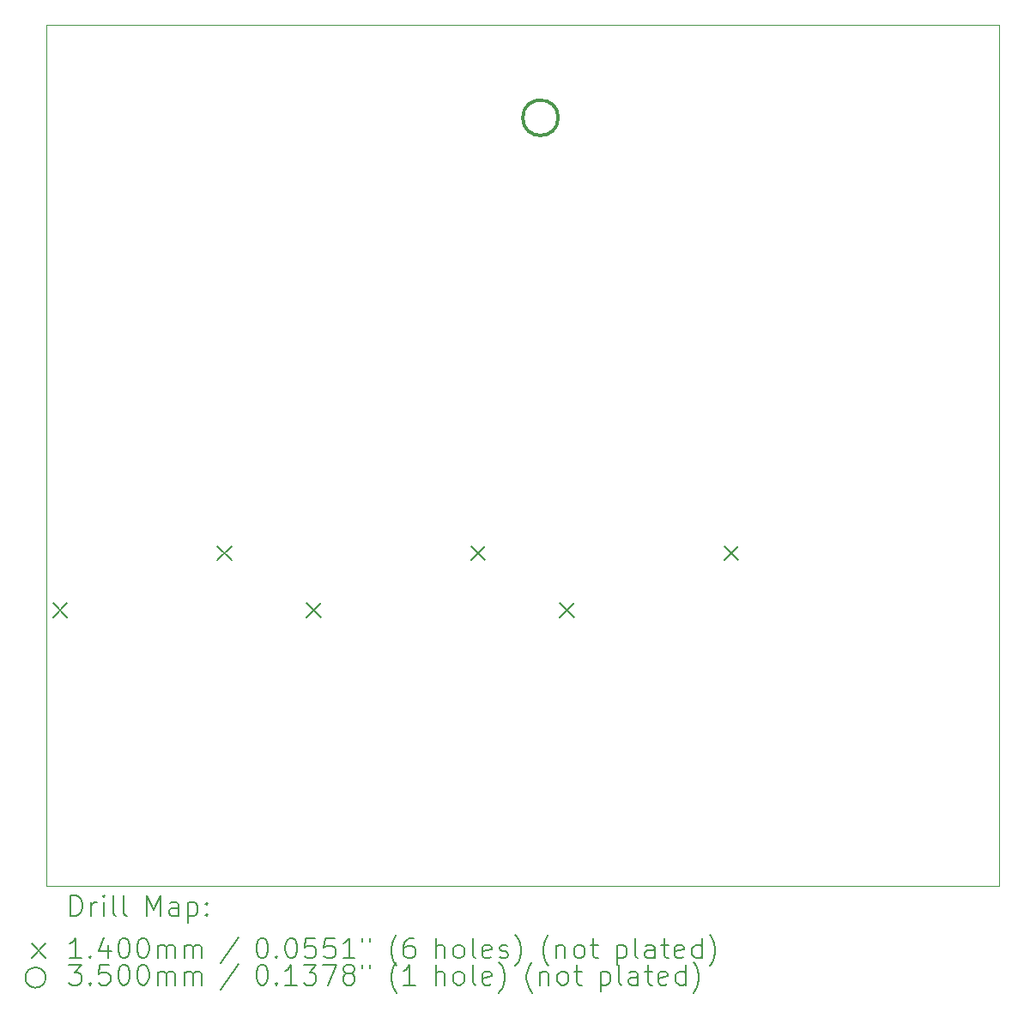
<source format=gbr>
%TF.GenerationSoftware,KiCad,Pcbnew,7.0.0-da2b9df05c~165~ubuntu22.04.1*%
%TF.CreationDate,2023-02-23T21:54:07-05:00*%
%TF.ProjectId,dso138,64736f31-3338-42e6-9b69-6361645f7063,rev?*%
%TF.SameCoordinates,Original*%
%TF.FileFunction,Drillmap*%
%TF.FilePolarity,Positive*%
%FSLAX45Y45*%
G04 Gerber Fmt 4.5, Leading zero omitted, Abs format (unit mm)*
G04 Created by KiCad (PCBNEW 7.0.0-da2b9df05c~165~ubuntu22.04.1) date 2023-02-23 21:54:07*
%MOMM*%
%LPD*%
G01*
G04 APERTURE LIST*
%ADD10C,0.100000*%
%ADD11C,0.200000*%
%ADD12C,0.140000*%
%ADD13C,0.350000*%
G04 APERTURE END LIST*
D10*
X5300000Y-8000000D02*
X14700000Y-8000000D01*
X14700000Y-8000000D02*
X14700000Y-16500000D01*
X14700000Y-16500000D02*
X5300000Y-16500000D01*
X5300000Y-16500000D02*
X5300000Y-8000000D01*
D11*
D12*
X5368780Y-13710540D02*
X5508780Y-13850540D01*
X5508780Y-13710540D02*
X5368780Y-13850540D01*
X6988780Y-13150540D02*
X7128780Y-13290540D01*
X7128780Y-13150540D02*
X6988780Y-13290540D01*
X7868780Y-13710540D02*
X8008780Y-13850540D01*
X8008780Y-13710540D02*
X7868780Y-13850540D01*
X9488780Y-13150540D02*
X9628780Y-13290540D01*
X9628780Y-13150540D02*
X9488780Y-13290540D01*
X10368780Y-13710540D02*
X10508780Y-13850540D01*
X10508780Y-13710540D02*
X10368780Y-13850540D01*
X11988780Y-13150540D02*
X12128780Y-13290540D01*
X12128780Y-13150540D02*
X11988780Y-13290540D01*
D13*
X10350500Y-8920500D02*
G75*
G03*
X10350500Y-8920500I-175000J0D01*
G01*
D11*
X5542619Y-16798476D02*
X5542619Y-16598476D01*
X5542619Y-16598476D02*
X5590238Y-16598476D01*
X5590238Y-16598476D02*
X5618809Y-16608000D01*
X5618809Y-16608000D02*
X5637857Y-16627048D01*
X5637857Y-16627048D02*
X5647381Y-16646095D01*
X5647381Y-16646095D02*
X5656905Y-16684190D01*
X5656905Y-16684190D02*
X5656905Y-16712762D01*
X5656905Y-16712762D02*
X5647381Y-16750857D01*
X5647381Y-16750857D02*
X5637857Y-16769905D01*
X5637857Y-16769905D02*
X5618809Y-16788952D01*
X5618809Y-16788952D02*
X5590238Y-16798476D01*
X5590238Y-16798476D02*
X5542619Y-16798476D01*
X5742619Y-16798476D02*
X5742619Y-16665143D01*
X5742619Y-16703238D02*
X5752143Y-16684190D01*
X5752143Y-16684190D02*
X5761667Y-16674667D01*
X5761667Y-16674667D02*
X5780714Y-16665143D01*
X5780714Y-16665143D02*
X5799762Y-16665143D01*
X5866428Y-16798476D02*
X5866428Y-16665143D01*
X5866428Y-16598476D02*
X5856905Y-16608000D01*
X5856905Y-16608000D02*
X5866428Y-16617524D01*
X5866428Y-16617524D02*
X5875952Y-16608000D01*
X5875952Y-16608000D02*
X5866428Y-16598476D01*
X5866428Y-16598476D02*
X5866428Y-16617524D01*
X5990238Y-16798476D02*
X5971190Y-16788952D01*
X5971190Y-16788952D02*
X5961667Y-16769905D01*
X5961667Y-16769905D02*
X5961667Y-16598476D01*
X6095000Y-16798476D02*
X6075952Y-16788952D01*
X6075952Y-16788952D02*
X6066428Y-16769905D01*
X6066428Y-16769905D02*
X6066428Y-16598476D01*
X6291190Y-16798476D02*
X6291190Y-16598476D01*
X6291190Y-16598476D02*
X6357857Y-16741333D01*
X6357857Y-16741333D02*
X6424524Y-16598476D01*
X6424524Y-16598476D02*
X6424524Y-16798476D01*
X6605476Y-16798476D02*
X6605476Y-16693714D01*
X6605476Y-16693714D02*
X6595952Y-16674667D01*
X6595952Y-16674667D02*
X6576905Y-16665143D01*
X6576905Y-16665143D02*
X6538809Y-16665143D01*
X6538809Y-16665143D02*
X6519762Y-16674667D01*
X6605476Y-16788952D02*
X6586428Y-16798476D01*
X6586428Y-16798476D02*
X6538809Y-16798476D01*
X6538809Y-16798476D02*
X6519762Y-16788952D01*
X6519762Y-16788952D02*
X6510238Y-16769905D01*
X6510238Y-16769905D02*
X6510238Y-16750857D01*
X6510238Y-16750857D02*
X6519762Y-16731809D01*
X6519762Y-16731809D02*
X6538809Y-16722286D01*
X6538809Y-16722286D02*
X6586428Y-16722286D01*
X6586428Y-16722286D02*
X6605476Y-16712762D01*
X6700714Y-16665143D02*
X6700714Y-16865143D01*
X6700714Y-16674667D02*
X6719762Y-16665143D01*
X6719762Y-16665143D02*
X6757857Y-16665143D01*
X6757857Y-16665143D02*
X6776905Y-16674667D01*
X6776905Y-16674667D02*
X6786428Y-16684190D01*
X6786428Y-16684190D02*
X6795952Y-16703238D01*
X6795952Y-16703238D02*
X6795952Y-16760381D01*
X6795952Y-16760381D02*
X6786428Y-16779429D01*
X6786428Y-16779429D02*
X6776905Y-16788952D01*
X6776905Y-16788952D02*
X6757857Y-16798476D01*
X6757857Y-16798476D02*
X6719762Y-16798476D01*
X6719762Y-16798476D02*
X6700714Y-16788952D01*
X6881667Y-16779429D02*
X6891190Y-16788952D01*
X6891190Y-16788952D02*
X6881667Y-16798476D01*
X6881667Y-16798476D02*
X6872143Y-16788952D01*
X6872143Y-16788952D02*
X6881667Y-16779429D01*
X6881667Y-16779429D02*
X6881667Y-16798476D01*
X6881667Y-16674667D02*
X6891190Y-16684190D01*
X6891190Y-16684190D02*
X6881667Y-16693714D01*
X6881667Y-16693714D02*
X6872143Y-16684190D01*
X6872143Y-16684190D02*
X6881667Y-16674667D01*
X6881667Y-16674667D02*
X6881667Y-16693714D01*
D12*
X5155000Y-17075000D02*
X5295000Y-17215000D01*
X5295000Y-17075000D02*
X5155000Y-17215000D01*
D11*
X5647381Y-17218476D02*
X5533095Y-17218476D01*
X5590238Y-17218476D02*
X5590238Y-17018476D01*
X5590238Y-17018476D02*
X5571190Y-17047048D01*
X5571190Y-17047048D02*
X5552143Y-17066095D01*
X5552143Y-17066095D02*
X5533095Y-17075619D01*
X5733095Y-17199429D02*
X5742619Y-17208952D01*
X5742619Y-17208952D02*
X5733095Y-17218476D01*
X5733095Y-17218476D02*
X5723571Y-17208952D01*
X5723571Y-17208952D02*
X5733095Y-17199429D01*
X5733095Y-17199429D02*
X5733095Y-17218476D01*
X5914048Y-17085143D02*
X5914048Y-17218476D01*
X5866428Y-17008952D02*
X5818809Y-17151810D01*
X5818809Y-17151810D02*
X5942619Y-17151810D01*
X6056905Y-17018476D02*
X6075952Y-17018476D01*
X6075952Y-17018476D02*
X6095000Y-17028000D01*
X6095000Y-17028000D02*
X6104524Y-17037524D01*
X6104524Y-17037524D02*
X6114048Y-17056571D01*
X6114048Y-17056571D02*
X6123571Y-17094667D01*
X6123571Y-17094667D02*
X6123571Y-17142286D01*
X6123571Y-17142286D02*
X6114048Y-17180381D01*
X6114048Y-17180381D02*
X6104524Y-17199429D01*
X6104524Y-17199429D02*
X6095000Y-17208952D01*
X6095000Y-17208952D02*
X6075952Y-17218476D01*
X6075952Y-17218476D02*
X6056905Y-17218476D01*
X6056905Y-17218476D02*
X6037857Y-17208952D01*
X6037857Y-17208952D02*
X6028333Y-17199429D01*
X6028333Y-17199429D02*
X6018809Y-17180381D01*
X6018809Y-17180381D02*
X6009286Y-17142286D01*
X6009286Y-17142286D02*
X6009286Y-17094667D01*
X6009286Y-17094667D02*
X6018809Y-17056571D01*
X6018809Y-17056571D02*
X6028333Y-17037524D01*
X6028333Y-17037524D02*
X6037857Y-17028000D01*
X6037857Y-17028000D02*
X6056905Y-17018476D01*
X6247381Y-17018476D02*
X6266429Y-17018476D01*
X6266429Y-17018476D02*
X6285476Y-17028000D01*
X6285476Y-17028000D02*
X6295000Y-17037524D01*
X6295000Y-17037524D02*
X6304524Y-17056571D01*
X6304524Y-17056571D02*
X6314048Y-17094667D01*
X6314048Y-17094667D02*
X6314048Y-17142286D01*
X6314048Y-17142286D02*
X6304524Y-17180381D01*
X6304524Y-17180381D02*
X6295000Y-17199429D01*
X6295000Y-17199429D02*
X6285476Y-17208952D01*
X6285476Y-17208952D02*
X6266429Y-17218476D01*
X6266429Y-17218476D02*
X6247381Y-17218476D01*
X6247381Y-17218476D02*
X6228333Y-17208952D01*
X6228333Y-17208952D02*
X6218809Y-17199429D01*
X6218809Y-17199429D02*
X6209286Y-17180381D01*
X6209286Y-17180381D02*
X6199762Y-17142286D01*
X6199762Y-17142286D02*
X6199762Y-17094667D01*
X6199762Y-17094667D02*
X6209286Y-17056571D01*
X6209286Y-17056571D02*
X6218809Y-17037524D01*
X6218809Y-17037524D02*
X6228333Y-17028000D01*
X6228333Y-17028000D02*
X6247381Y-17018476D01*
X6399762Y-17218476D02*
X6399762Y-17085143D01*
X6399762Y-17104190D02*
X6409286Y-17094667D01*
X6409286Y-17094667D02*
X6428333Y-17085143D01*
X6428333Y-17085143D02*
X6456905Y-17085143D01*
X6456905Y-17085143D02*
X6475952Y-17094667D01*
X6475952Y-17094667D02*
X6485476Y-17113714D01*
X6485476Y-17113714D02*
X6485476Y-17218476D01*
X6485476Y-17113714D02*
X6495000Y-17094667D01*
X6495000Y-17094667D02*
X6514048Y-17085143D01*
X6514048Y-17085143D02*
X6542619Y-17085143D01*
X6542619Y-17085143D02*
X6561667Y-17094667D01*
X6561667Y-17094667D02*
X6571190Y-17113714D01*
X6571190Y-17113714D02*
X6571190Y-17218476D01*
X6666429Y-17218476D02*
X6666429Y-17085143D01*
X6666429Y-17104190D02*
X6675952Y-17094667D01*
X6675952Y-17094667D02*
X6695000Y-17085143D01*
X6695000Y-17085143D02*
X6723571Y-17085143D01*
X6723571Y-17085143D02*
X6742619Y-17094667D01*
X6742619Y-17094667D02*
X6752143Y-17113714D01*
X6752143Y-17113714D02*
X6752143Y-17218476D01*
X6752143Y-17113714D02*
X6761667Y-17094667D01*
X6761667Y-17094667D02*
X6780714Y-17085143D01*
X6780714Y-17085143D02*
X6809286Y-17085143D01*
X6809286Y-17085143D02*
X6828333Y-17094667D01*
X6828333Y-17094667D02*
X6837857Y-17113714D01*
X6837857Y-17113714D02*
X6837857Y-17218476D01*
X7195952Y-17008952D02*
X7024524Y-17266095D01*
X7420714Y-17018476D02*
X7439762Y-17018476D01*
X7439762Y-17018476D02*
X7458810Y-17028000D01*
X7458810Y-17028000D02*
X7468333Y-17037524D01*
X7468333Y-17037524D02*
X7477857Y-17056571D01*
X7477857Y-17056571D02*
X7487381Y-17094667D01*
X7487381Y-17094667D02*
X7487381Y-17142286D01*
X7487381Y-17142286D02*
X7477857Y-17180381D01*
X7477857Y-17180381D02*
X7468333Y-17199429D01*
X7468333Y-17199429D02*
X7458810Y-17208952D01*
X7458810Y-17208952D02*
X7439762Y-17218476D01*
X7439762Y-17218476D02*
X7420714Y-17218476D01*
X7420714Y-17218476D02*
X7401667Y-17208952D01*
X7401667Y-17208952D02*
X7392143Y-17199429D01*
X7392143Y-17199429D02*
X7382619Y-17180381D01*
X7382619Y-17180381D02*
X7373095Y-17142286D01*
X7373095Y-17142286D02*
X7373095Y-17094667D01*
X7373095Y-17094667D02*
X7382619Y-17056571D01*
X7382619Y-17056571D02*
X7392143Y-17037524D01*
X7392143Y-17037524D02*
X7401667Y-17028000D01*
X7401667Y-17028000D02*
X7420714Y-17018476D01*
X7573095Y-17199429D02*
X7582619Y-17208952D01*
X7582619Y-17208952D02*
X7573095Y-17218476D01*
X7573095Y-17218476D02*
X7563571Y-17208952D01*
X7563571Y-17208952D02*
X7573095Y-17199429D01*
X7573095Y-17199429D02*
X7573095Y-17218476D01*
X7706429Y-17018476D02*
X7725476Y-17018476D01*
X7725476Y-17018476D02*
X7744524Y-17028000D01*
X7744524Y-17028000D02*
X7754048Y-17037524D01*
X7754048Y-17037524D02*
X7763571Y-17056571D01*
X7763571Y-17056571D02*
X7773095Y-17094667D01*
X7773095Y-17094667D02*
X7773095Y-17142286D01*
X7773095Y-17142286D02*
X7763571Y-17180381D01*
X7763571Y-17180381D02*
X7754048Y-17199429D01*
X7754048Y-17199429D02*
X7744524Y-17208952D01*
X7744524Y-17208952D02*
X7725476Y-17218476D01*
X7725476Y-17218476D02*
X7706429Y-17218476D01*
X7706429Y-17218476D02*
X7687381Y-17208952D01*
X7687381Y-17208952D02*
X7677857Y-17199429D01*
X7677857Y-17199429D02*
X7668333Y-17180381D01*
X7668333Y-17180381D02*
X7658810Y-17142286D01*
X7658810Y-17142286D02*
X7658810Y-17094667D01*
X7658810Y-17094667D02*
X7668333Y-17056571D01*
X7668333Y-17056571D02*
X7677857Y-17037524D01*
X7677857Y-17037524D02*
X7687381Y-17028000D01*
X7687381Y-17028000D02*
X7706429Y-17018476D01*
X7954048Y-17018476D02*
X7858810Y-17018476D01*
X7858810Y-17018476D02*
X7849286Y-17113714D01*
X7849286Y-17113714D02*
X7858810Y-17104190D01*
X7858810Y-17104190D02*
X7877857Y-17094667D01*
X7877857Y-17094667D02*
X7925476Y-17094667D01*
X7925476Y-17094667D02*
X7944524Y-17104190D01*
X7944524Y-17104190D02*
X7954048Y-17113714D01*
X7954048Y-17113714D02*
X7963571Y-17132762D01*
X7963571Y-17132762D02*
X7963571Y-17180381D01*
X7963571Y-17180381D02*
X7954048Y-17199429D01*
X7954048Y-17199429D02*
X7944524Y-17208952D01*
X7944524Y-17208952D02*
X7925476Y-17218476D01*
X7925476Y-17218476D02*
X7877857Y-17218476D01*
X7877857Y-17218476D02*
X7858810Y-17208952D01*
X7858810Y-17208952D02*
X7849286Y-17199429D01*
X8144524Y-17018476D02*
X8049286Y-17018476D01*
X8049286Y-17018476D02*
X8039762Y-17113714D01*
X8039762Y-17113714D02*
X8049286Y-17104190D01*
X8049286Y-17104190D02*
X8068333Y-17094667D01*
X8068333Y-17094667D02*
X8115952Y-17094667D01*
X8115952Y-17094667D02*
X8135000Y-17104190D01*
X8135000Y-17104190D02*
X8144524Y-17113714D01*
X8144524Y-17113714D02*
X8154048Y-17132762D01*
X8154048Y-17132762D02*
X8154048Y-17180381D01*
X8154048Y-17180381D02*
X8144524Y-17199429D01*
X8144524Y-17199429D02*
X8135000Y-17208952D01*
X8135000Y-17208952D02*
X8115952Y-17218476D01*
X8115952Y-17218476D02*
X8068333Y-17218476D01*
X8068333Y-17218476D02*
X8049286Y-17208952D01*
X8049286Y-17208952D02*
X8039762Y-17199429D01*
X8344524Y-17218476D02*
X8230238Y-17218476D01*
X8287381Y-17218476D02*
X8287381Y-17018476D01*
X8287381Y-17018476D02*
X8268333Y-17047048D01*
X8268333Y-17047048D02*
X8249286Y-17066095D01*
X8249286Y-17066095D02*
X8230238Y-17075619D01*
X8420714Y-17018476D02*
X8420714Y-17056571D01*
X8496905Y-17018476D02*
X8496905Y-17056571D01*
X8759762Y-17294667D02*
X8750238Y-17285143D01*
X8750238Y-17285143D02*
X8731191Y-17256571D01*
X8731191Y-17256571D02*
X8721667Y-17237524D01*
X8721667Y-17237524D02*
X8712143Y-17208952D01*
X8712143Y-17208952D02*
X8702619Y-17161333D01*
X8702619Y-17161333D02*
X8702619Y-17123238D01*
X8702619Y-17123238D02*
X8712143Y-17075619D01*
X8712143Y-17075619D02*
X8721667Y-17047048D01*
X8721667Y-17047048D02*
X8731191Y-17028000D01*
X8731191Y-17028000D02*
X8750238Y-16999429D01*
X8750238Y-16999429D02*
X8759762Y-16989905D01*
X8921667Y-17018476D02*
X8883572Y-17018476D01*
X8883572Y-17018476D02*
X8864524Y-17028000D01*
X8864524Y-17028000D02*
X8855000Y-17037524D01*
X8855000Y-17037524D02*
X8835953Y-17066095D01*
X8835953Y-17066095D02*
X8826429Y-17104190D01*
X8826429Y-17104190D02*
X8826429Y-17180381D01*
X8826429Y-17180381D02*
X8835953Y-17199429D01*
X8835953Y-17199429D02*
X8845476Y-17208952D01*
X8845476Y-17208952D02*
X8864524Y-17218476D01*
X8864524Y-17218476D02*
X8902619Y-17218476D01*
X8902619Y-17218476D02*
X8921667Y-17208952D01*
X8921667Y-17208952D02*
X8931191Y-17199429D01*
X8931191Y-17199429D02*
X8940714Y-17180381D01*
X8940714Y-17180381D02*
X8940714Y-17132762D01*
X8940714Y-17132762D02*
X8931191Y-17113714D01*
X8931191Y-17113714D02*
X8921667Y-17104190D01*
X8921667Y-17104190D02*
X8902619Y-17094667D01*
X8902619Y-17094667D02*
X8864524Y-17094667D01*
X8864524Y-17094667D02*
X8845476Y-17104190D01*
X8845476Y-17104190D02*
X8835953Y-17113714D01*
X8835953Y-17113714D02*
X8826429Y-17132762D01*
X9146429Y-17218476D02*
X9146429Y-17018476D01*
X9232143Y-17218476D02*
X9232143Y-17113714D01*
X9232143Y-17113714D02*
X9222619Y-17094667D01*
X9222619Y-17094667D02*
X9203572Y-17085143D01*
X9203572Y-17085143D02*
X9175000Y-17085143D01*
X9175000Y-17085143D02*
X9155953Y-17094667D01*
X9155953Y-17094667D02*
X9146429Y-17104190D01*
X9355953Y-17218476D02*
X9336905Y-17208952D01*
X9336905Y-17208952D02*
X9327381Y-17199429D01*
X9327381Y-17199429D02*
X9317857Y-17180381D01*
X9317857Y-17180381D02*
X9317857Y-17123238D01*
X9317857Y-17123238D02*
X9327381Y-17104190D01*
X9327381Y-17104190D02*
X9336905Y-17094667D01*
X9336905Y-17094667D02*
X9355953Y-17085143D01*
X9355953Y-17085143D02*
X9384524Y-17085143D01*
X9384524Y-17085143D02*
X9403572Y-17094667D01*
X9403572Y-17094667D02*
X9413095Y-17104190D01*
X9413095Y-17104190D02*
X9422619Y-17123238D01*
X9422619Y-17123238D02*
X9422619Y-17180381D01*
X9422619Y-17180381D02*
X9413095Y-17199429D01*
X9413095Y-17199429D02*
X9403572Y-17208952D01*
X9403572Y-17208952D02*
X9384524Y-17218476D01*
X9384524Y-17218476D02*
X9355953Y-17218476D01*
X9536905Y-17218476D02*
X9517857Y-17208952D01*
X9517857Y-17208952D02*
X9508334Y-17189905D01*
X9508334Y-17189905D02*
X9508334Y-17018476D01*
X9689286Y-17208952D02*
X9670238Y-17218476D01*
X9670238Y-17218476D02*
X9632143Y-17218476D01*
X9632143Y-17218476D02*
X9613095Y-17208952D01*
X9613095Y-17208952D02*
X9603572Y-17189905D01*
X9603572Y-17189905D02*
X9603572Y-17113714D01*
X9603572Y-17113714D02*
X9613095Y-17094667D01*
X9613095Y-17094667D02*
X9632143Y-17085143D01*
X9632143Y-17085143D02*
X9670238Y-17085143D01*
X9670238Y-17085143D02*
X9689286Y-17094667D01*
X9689286Y-17094667D02*
X9698810Y-17113714D01*
X9698810Y-17113714D02*
X9698810Y-17132762D01*
X9698810Y-17132762D02*
X9603572Y-17151810D01*
X9775000Y-17208952D02*
X9794048Y-17218476D01*
X9794048Y-17218476D02*
X9832143Y-17218476D01*
X9832143Y-17218476D02*
X9851191Y-17208952D01*
X9851191Y-17208952D02*
X9860715Y-17189905D01*
X9860715Y-17189905D02*
X9860715Y-17180381D01*
X9860715Y-17180381D02*
X9851191Y-17161333D01*
X9851191Y-17161333D02*
X9832143Y-17151810D01*
X9832143Y-17151810D02*
X9803572Y-17151810D01*
X9803572Y-17151810D02*
X9784524Y-17142286D01*
X9784524Y-17142286D02*
X9775000Y-17123238D01*
X9775000Y-17123238D02*
X9775000Y-17113714D01*
X9775000Y-17113714D02*
X9784524Y-17094667D01*
X9784524Y-17094667D02*
X9803572Y-17085143D01*
X9803572Y-17085143D02*
X9832143Y-17085143D01*
X9832143Y-17085143D02*
X9851191Y-17094667D01*
X9927381Y-17294667D02*
X9936905Y-17285143D01*
X9936905Y-17285143D02*
X9955953Y-17256571D01*
X9955953Y-17256571D02*
X9965476Y-17237524D01*
X9965476Y-17237524D02*
X9975000Y-17208952D01*
X9975000Y-17208952D02*
X9984524Y-17161333D01*
X9984524Y-17161333D02*
X9984524Y-17123238D01*
X9984524Y-17123238D02*
X9975000Y-17075619D01*
X9975000Y-17075619D02*
X9965476Y-17047048D01*
X9965476Y-17047048D02*
X9955953Y-17028000D01*
X9955953Y-17028000D02*
X9936905Y-16999429D01*
X9936905Y-16999429D02*
X9927381Y-16989905D01*
X10256905Y-17294667D02*
X10247381Y-17285143D01*
X10247381Y-17285143D02*
X10228334Y-17256571D01*
X10228334Y-17256571D02*
X10218810Y-17237524D01*
X10218810Y-17237524D02*
X10209286Y-17208952D01*
X10209286Y-17208952D02*
X10199762Y-17161333D01*
X10199762Y-17161333D02*
X10199762Y-17123238D01*
X10199762Y-17123238D02*
X10209286Y-17075619D01*
X10209286Y-17075619D02*
X10218810Y-17047048D01*
X10218810Y-17047048D02*
X10228334Y-17028000D01*
X10228334Y-17028000D02*
X10247381Y-16999429D01*
X10247381Y-16999429D02*
X10256905Y-16989905D01*
X10333095Y-17085143D02*
X10333095Y-17218476D01*
X10333095Y-17104190D02*
X10342619Y-17094667D01*
X10342619Y-17094667D02*
X10361667Y-17085143D01*
X10361667Y-17085143D02*
X10390238Y-17085143D01*
X10390238Y-17085143D02*
X10409286Y-17094667D01*
X10409286Y-17094667D02*
X10418810Y-17113714D01*
X10418810Y-17113714D02*
X10418810Y-17218476D01*
X10542619Y-17218476D02*
X10523572Y-17208952D01*
X10523572Y-17208952D02*
X10514048Y-17199429D01*
X10514048Y-17199429D02*
X10504524Y-17180381D01*
X10504524Y-17180381D02*
X10504524Y-17123238D01*
X10504524Y-17123238D02*
X10514048Y-17104190D01*
X10514048Y-17104190D02*
X10523572Y-17094667D01*
X10523572Y-17094667D02*
X10542619Y-17085143D01*
X10542619Y-17085143D02*
X10571191Y-17085143D01*
X10571191Y-17085143D02*
X10590238Y-17094667D01*
X10590238Y-17094667D02*
X10599762Y-17104190D01*
X10599762Y-17104190D02*
X10609286Y-17123238D01*
X10609286Y-17123238D02*
X10609286Y-17180381D01*
X10609286Y-17180381D02*
X10599762Y-17199429D01*
X10599762Y-17199429D02*
X10590238Y-17208952D01*
X10590238Y-17208952D02*
X10571191Y-17218476D01*
X10571191Y-17218476D02*
X10542619Y-17218476D01*
X10666429Y-17085143D02*
X10742619Y-17085143D01*
X10695000Y-17018476D02*
X10695000Y-17189905D01*
X10695000Y-17189905D02*
X10704524Y-17208952D01*
X10704524Y-17208952D02*
X10723572Y-17218476D01*
X10723572Y-17218476D02*
X10742619Y-17218476D01*
X10929286Y-17085143D02*
X10929286Y-17285143D01*
X10929286Y-17094667D02*
X10948334Y-17085143D01*
X10948334Y-17085143D02*
X10986429Y-17085143D01*
X10986429Y-17085143D02*
X11005476Y-17094667D01*
X11005476Y-17094667D02*
X11015000Y-17104190D01*
X11015000Y-17104190D02*
X11024524Y-17123238D01*
X11024524Y-17123238D02*
X11024524Y-17180381D01*
X11024524Y-17180381D02*
X11015000Y-17199429D01*
X11015000Y-17199429D02*
X11005476Y-17208952D01*
X11005476Y-17208952D02*
X10986429Y-17218476D01*
X10986429Y-17218476D02*
X10948334Y-17218476D01*
X10948334Y-17218476D02*
X10929286Y-17208952D01*
X11138810Y-17218476D02*
X11119762Y-17208952D01*
X11119762Y-17208952D02*
X11110238Y-17189905D01*
X11110238Y-17189905D02*
X11110238Y-17018476D01*
X11300714Y-17218476D02*
X11300714Y-17113714D01*
X11300714Y-17113714D02*
X11291191Y-17094667D01*
X11291191Y-17094667D02*
X11272143Y-17085143D01*
X11272143Y-17085143D02*
X11234048Y-17085143D01*
X11234048Y-17085143D02*
X11215000Y-17094667D01*
X11300714Y-17208952D02*
X11281667Y-17218476D01*
X11281667Y-17218476D02*
X11234048Y-17218476D01*
X11234048Y-17218476D02*
X11215000Y-17208952D01*
X11215000Y-17208952D02*
X11205476Y-17189905D01*
X11205476Y-17189905D02*
X11205476Y-17170857D01*
X11205476Y-17170857D02*
X11215000Y-17151810D01*
X11215000Y-17151810D02*
X11234048Y-17142286D01*
X11234048Y-17142286D02*
X11281667Y-17142286D01*
X11281667Y-17142286D02*
X11300714Y-17132762D01*
X11367381Y-17085143D02*
X11443572Y-17085143D01*
X11395953Y-17018476D02*
X11395953Y-17189905D01*
X11395953Y-17189905D02*
X11405476Y-17208952D01*
X11405476Y-17208952D02*
X11424524Y-17218476D01*
X11424524Y-17218476D02*
X11443572Y-17218476D01*
X11586429Y-17208952D02*
X11567381Y-17218476D01*
X11567381Y-17218476D02*
X11529286Y-17218476D01*
X11529286Y-17218476D02*
X11510238Y-17208952D01*
X11510238Y-17208952D02*
X11500714Y-17189905D01*
X11500714Y-17189905D02*
X11500714Y-17113714D01*
X11500714Y-17113714D02*
X11510238Y-17094667D01*
X11510238Y-17094667D02*
X11529286Y-17085143D01*
X11529286Y-17085143D02*
X11567381Y-17085143D01*
X11567381Y-17085143D02*
X11586429Y-17094667D01*
X11586429Y-17094667D02*
X11595953Y-17113714D01*
X11595953Y-17113714D02*
X11595953Y-17132762D01*
X11595953Y-17132762D02*
X11500714Y-17151810D01*
X11767381Y-17218476D02*
X11767381Y-17018476D01*
X11767381Y-17208952D02*
X11748334Y-17218476D01*
X11748334Y-17218476D02*
X11710238Y-17218476D01*
X11710238Y-17218476D02*
X11691191Y-17208952D01*
X11691191Y-17208952D02*
X11681667Y-17199429D01*
X11681667Y-17199429D02*
X11672143Y-17180381D01*
X11672143Y-17180381D02*
X11672143Y-17123238D01*
X11672143Y-17123238D02*
X11681667Y-17104190D01*
X11681667Y-17104190D02*
X11691191Y-17094667D01*
X11691191Y-17094667D02*
X11710238Y-17085143D01*
X11710238Y-17085143D02*
X11748334Y-17085143D01*
X11748334Y-17085143D02*
X11767381Y-17094667D01*
X11843572Y-17294667D02*
X11853095Y-17285143D01*
X11853095Y-17285143D02*
X11872143Y-17256571D01*
X11872143Y-17256571D02*
X11881667Y-17237524D01*
X11881667Y-17237524D02*
X11891191Y-17208952D01*
X11891191Y-17208952D02*
X11900714Y-17161333D01*
X11900714Y-17161333D02*
X11900714Y-17123238D01*
X11900714Y-17123238D02*
X11891191Y-17075619D01*
X11891191Y-17075619D02*
X11881667Y-17047048D01*
X11881667Y-17047048D02*
X11872143Y-17028000D01*
X11872143Y-17028000D02*
X11853095Y-16999429D01*
X11853095Y-16999429D02*
X11843572Y-16989905D01*
X5295000Y-17409000D02*
G75*
G03*
X5295000Y-17409000I-100000J0D01*
G01*
X5523571Y-17282476D02*
X5647381Y-17282476D01*
X5647381Y-17282476D02*
X5580714Y-17358667D01*
X5580714Y-17358667D02*
X5609286Y-17358667D01*
X5609286Y-17358667D02*
X5628333Y-17368190D01*
X5628333Y-17368190D02*
X5637857Y-17377714D01*
X5637857Y-17377714D02*
X5647381Y-17396762D01*
X5647381Y-17396762D02*
X5647381Y-17444381D01*
X5647381Y-17444381D02*
X5637857Y-17463429D01*
X5637857Y-17463429D02*
X5628333Y-17472952D01*
X5628333Y-17472952D02*
X5609286Y-17482476D01*
X5609286Y-17482476D02*
X5552143Y-17482476D01*
X5552143Y-17482476D02*
X5533095Y-17472952D01*
X5533095Y-17472952D02*
X5523571Y-17463429D01*
X5733095Y-17463429D02*
X5742619Y-17472952D01*
X5742619Y-17472952D02*
X5733095Y-17482476D01*
X5733095Y-17482476D02*
X5723571Y-17472952D01*
X5723571Y-17472952D02*
X5733095Y-17463429D01*
X5733095Y-17463429D02*
X5733095Y-17482476D01*
X5923571Y-17282476D02*
X5828333Y-17282476D01*
X5828333Y-17282476D02*
X5818809Y-17377714D01*
X5818809Y-17377714D02*
X5828333Y-17368190D01*
X5828333Y-17368190D02*
X5847381Y-17358667D01*
X5847381Y-17358667D02*
X5895000Y-17358667D01*
X5895000Y-17358667D02*
X5914048Y-17368190D01*
X5914048Y-17368190D02*
X5923571Y-17377714D01*
X5923571Y-17377714D02*
X5933095Y-17396762D01*
X5933095Y-17396762D02*
X5933095Y-17444381D01*
X5933095Y-17444381D02*
X5923571Y-17463429D01*
X5923571Y-17463429D02*
X5914048Y-17472952D01*
X5914048Y-17472952D02*
X5895000Y-17482476D01*
X5895000Y-17482476D02*
X5847381Y-17482476D01*
X5847381Y-17482476D02*
X5828333Y-17472952D01*
X5828333Y-17472952D02*
X5818809Y-17463429D01*
X6056905Y-17282476D02*
X6075952Y-17282476D01*
X6075952Y-17282476D02*
X6095000Y-17292000D01*
X6095000Y-17292000D02*
X6104524Y-17301524D01*
X6104524Y-17301524D02*
X6114048Y-17320571D01*
X6114048Y-17320571D02*
X6123571Y-17358667D01*
X6123571Y-17358667D02*
X6123571Y-17406286D01*
X6123571Y-17406286D02*
X6114048Y-17444381D01*
X6114048Y-17444381D02*
X6104524Y-17463429D01*
X6104524Y-17463429D02*
X6095000Y-17472952D01*
X6095000Y-17472952D02*
X6075952Y-17482476D01*
X6075952Y-17482476D02*
X6056905Y-17482476D01*
X6056905Y-17482476D02*
X6037857Y-17472952D01*
X6037857Y-17472952D02*
X6028333Y-17463429D01*
X6028333Y-17463429D02*
X6018809Y-17444381D01*
X6018809Y-17444381D02*
X6009286Y-17406286D01*
X6009286Y-17406286D02*
X6009286Y-17358667D01*
X6009286Y-17358667D02*
X6018809Y-17320571D01*
X6018809Y-17320571D02*
X6028333Y-17301524D01*
X6028333Y-17301524D02*
X6037857Y-17292000D01*
X6037857Y-17292000D02*
X6056905Y-17282476D01*
X6247381Y-17282476D02*
X6266429Y-17282476D01*
X6266429Y-17282476D02*
X6285476Y-17292000D01*
X6285476Y-17292000D02*
X6295000Y-17301524D01*
X6295000Y-17301524D02*
X6304524Y-17320571D01*
X6304524Y-17320571D02*
X6314048Y-17358667D01*
X6314048Y-17358667D02*
X6314048Y-17406286D01*
X6314048Y-17406286D02*
X6304524Y-17444381D01*
X6304524Y-17444381D02*
X6295000Y-17463429D01*
X6295000Y-17463429D02*
X6285476Y-17472952D01*
X6285476Y-17472952D02*
X6266429Y-17482476D01*
X6266429Y-17482476D02*
X6247381Y-17482476D01*
X6247381Y-17482476D02*
X6228333Y-17472952D01*
X6228333Y-17472952D02*
X6218809Y-17463429D01*
X6218809Y-17463429D02*
X6209286Y-17444381D01*
X6209286Y-17444381D02*
X6199762Y-17406286D01*
X6199762Y-17406286D02*
X6199762Y-17358667D01*
X6199762Y-17358667D02*
X6209286Y-17320571D01*
X6209286Y-17320571D02*
X6218809Y-17301524D01*
X6218809Y-17301524D02*
X6228333Y-17292000D01*
X6228333Y-17292000D02*
X6247381Y-17282476D01*
X6399762Y-17482476D02*
X6399762Y-17349143D01*
X6399762Y-17368190D02*
X6409286Y-17358667D01*
X6409286Y-17358667D02*
X6428333Y-17349143D01*
X6428333Y-17349143D02*
X6456905Y-17349143D01*
X6456905Y-17349143D02*
X6475952Y-17358667D01*
X6475952Y-17358667D02*
X6485476Y-17377714D01*
X6485476Y-17377714D02*
X6485476Y-17482476D01*
X6485476Y-17377714D02*
X6495000Y-17358667D01*
X6495000Y-17358667D02*
X6514048Y-17349143D01*
X6514048Y-17349143D02*
X6542619Y-17349143D01*
X6542619Y-17349143D02*
X6561667Y-17358667D01*
X6561667Y-17358667D02*
X6571190Y-17377714D01*
X6571190Y-17377714D02*
X6571190Y-17482476D01*
X6666429Y-17482476D02*
X6666429Y-17349143D01*
X6666429Y-17368190D02*
X6675952Y-17358667D01*
X6675952Y-17358667D02*
X6695000Y-17349143D01*
X6695000Y-17349143D02*
X6723571Y-17349143D01*
X6723571Y-17349143D02*
X6742619Y-17358667D01*
X6742619Y-17358667D02*
X6752143Y-17377714D01*
X6752143Y-17377714D02*
X6752143Y-17482476D01*
X6752143Y-17377714D02*
X6761667Y-17358667D01*
X6761667Y-17358667D02*
X6780714Y-17349143D01*
X6780714Y-17349143D02*
X6809286Y-17349143D01*
X6809286Y-17349143D02*
X6828333Y-17358667D01*
X6828333Y-17358667D02*
X6837857Y-17377714D01*
X6837857Y-17377714D02*
X6837857Y-17482476D01*
X7195952Y-17272952D02*
X7024524Y-17530095D01*
X7420714Y-17282476D02*
X7439762Y-17282476D01*
X7439762Y-17282476D02*
X7458810Y-17292000D01*
X7458810Y-17292000D02*
X7468333Y-17301524D01*
X7468333Y-17301524D02*
X7477857Y-17320571D01*
X7477857Y-17320571D02*
X7487381Y-17358667D01*
X7487381Y-17358667D02*
X7487381Y-17406286D01*
X7487381Y-17406286D02*
X7477857Y-17444381D01*
X7477857Y-17444381D02*
X7468333Y-17463429D01*
X7468333Y-17463429D02*
X7458810Y-17472952D01*
X7458810Y-17472952D02*
X7439762Y-17482476D01*
X7439762Y-17482476D02*
X7420714Y-17482476D01*
X7420714Y-17482476D02*
X7401667Y-17472952D01*
X7401667Y-17472952D02*
X7392143Y-17463429D01*
X7392143Y-17463429D02*
X7382619Y-17444381D01*
X7382619Y-17444381D02*
X7373095Y-17406286D01*
X7373095Y-17406286D02*
X7373095Y-17358667D01*
X7373095Y-17358667D02*
X7382619Y-17320571D01*
X7382619Y-17320571D02*
X7392143Y-17301524D01*
X7392143Y-17301524D02*
X7401667Y-17292000D01*
X7401667Y-17292000D02*
X7420714Y-17282476D01*
X7573095Y-17463429D02*
X7582619Y-17472952D01*
X7582619Y-17472952D02*
X7573095Y-17482476D01*
X7573095Y-17482476D02*
X7563571Y-17472952D01*
X7563571Y-17472952D02*
X7573095Y-17463429D01*
X7573095Y-17463429D02*
X7573095Y-17482476D01*
X7773095Y-17482476D02*
X7658810Y-17482476D01*
X7715952Y-17482476D02*
X7715952Y-17282476D01*
X7715952Y-17282476D02*
X7696905Y-17311048D01*
X7696905Y-17311048D02*
X7677857Y-17330095D01*
X7677857Y-17330095D02*
X7658810Y-17339619D01*
X7839762Y-17282476D02*
X7963571Y-17282476D01*
X7963571Y-17282476D02*
X7896905Y-17358667D01*
X7896905Y-17358667D02*
X7925476Y-17358667D01*
X7925476Y-17358667D02*
X7944524Y-17368190D01*
X7944524Y-17368190D02*
X7954048Y-17377714D01*
X7954048Y-17377714D02*
X7963571Y-17396762D01*
X7963571Y-17396762D02*
X7963571Y-17444381D01*
X7963571Y-17444381D02*
X7954048Y-17463429D01*
X7954048Y-17463429D02*
X7944524Y-17472952D01*
X7944524Y-17472952D02*
X7925476Y-17482476D01*
X7925476Y-17482476D02*
X7868333Y-17482476D01*
X7868333Y-17482476D02*
X7849286Y-17472952D01*
X7849286Y-17472952D02*
X7839762Y-17463429D01*
X8030238Y-17282476D02*
X8163571Y-17282476D01*
X8163571Y-17282476D02*
X8077857Y-17482476D01*
X8268333Y-17368190D02*
X8249286Y-17358667D01*
X8249286Y-17358667D02*
X8239762Y-17349143D01*
X8239762Y-17349143D02*
X8230238Y-17330095D01*
X8230238Y-17330095D02*
X8230238Y-17320571D01*
X8230238Y-17320571D02*
X8239762Y-17301524D01*
X8239762Y-17301524D02*
X8249286Y-17292000D01*
X8249286Y-17292000D02*
X8268333Y-17282476D01*
X8268333Y-17282476D02*
X8306429Y-17282476D01*
X8306429Y-17282476D02*
X8325476Y-17292000D01*
X8325476Y-17292000D02*
X8335000Y-17301524D01*
X8335000Y-17301524D02*
X8344524Y-17320571D01*
X8344524Y-17320571D02*
X8344524Y-17330095D01*
X8344524Y-17330095D02*
X8335000Y-17349143D01*
X8335000Y-17349143D02*
X8325476Y-17358667D01*
X8325476Y-17358667D02*
X8306429Y-17368190D01*
X8306429Y-17368190D02*
X8268333Y-17368190D01*
X8268333Y-17368190D02*
X8249286Y-17377714D01*
X8249286Y-17377714D02*
X8239762Y-17387238D01*
X8239762Y-17387238D02*
X8230238Y-17406286D01*
X8230238Y-17406286D02*
X8230238Y-17444381D01*
X8230238Y-17444381D02*
X8239762Y-17463429D01*
X8239762Y-17463429D02*
X8249286Y-17472952D01*
X8249286Y-17472952D02*
X8268333Y-17482476D01*
X8268333Y-17482476D02*
X8306429Y-17482476D01*
X8306429Y-17482476D02*
X8325476Y-17472952D01*
X8325476Y-17472952D02*
X8335000Y-17463429D01*
X8335000Y-17463429D02*
X8344524Y-17444381D01*
X8344524Y-17444381D02*
X8344524Y-17406286D01*
X8344524Y-17406286D02*
X8335000Y-17387238D01*
X8335000Y-17387238D02*
X8325476Y-17377714D01*
X8325476Y-17377714D02*
X8306429Y-17368190D01*
X8420714Y-17282476D02*
X8420714Y-17320571D01*
X8496905Y-17282476D02*
X8496905Y-17320571D01*
X8759762Y-17558667D02*
X8750238Y-17549143D01*
X8750238Y-17549143D02*
X8731191Y-17520571D01*
X8731191Y-17520571D02*
X8721667Y-17501524D01*
X8721667Y-17501524D02*
X8712143Y-17472952D01*
X8712143Y-17472952D02*
X8702619Y-17425333D01*
X8702619Y-17425333D02*
X8702619Y-17387238D01*
X8702619Y-17387238D02*
X8712143Y-17339619D01*
X8712143Y-17339619D02*
X8721667Y-17311048D01*
X8721667Y-17311048D02*
X8731191Y-17292000D01*
X8731191Y-17292000D02*
X8750238Y-17263429D01*
X8750238Y-17263429D02*
X8759762Y-17253905D01*
X8940714Y-17482476D02*
X8826429Y-17482476D01*
X8883572Y-17482476D02*
X8883572Y-17282476D01*
X8883572Y-17282476D02*
X8864524Y-17311048D01*
X8864524Y-17311048D02*
X8845476Y-17330095D01*
X8845476Y-17330095D02*
X8826429Y-17339619D01*
X9146429Y-17482476D02*
X9146429Y-17282476D01*
X9232143Y-17482476D02*
X9232143Y-17377714D01*
X9232143Y-17377714D02*
X9222619Y-17358667D01*
X9222619Y-17358667D02*
X9203572Y-17349143D01*
X9203572Y-17349143D02*
X9175000Y-17349143D01*
X9175000Y-17349143D02*
X9155953Y-17358667D01*
X9155953Y-17358667D02*
X9146429Y-17368190D01*
X9355953Y-17482476D02*
X9336905Y-17472952D01*
X9336905Y-17472952D02*
X9327381Y-17463429D01*
X9327381Y-17463429D02*
X9317857Y-17444381D01*
X9317857Y-17444381D02*
X9317857Y-17387238D01*
X9317857Y-17387238D02*
X9327381Y-17368190D01*
X9327381Y-17368190D02*
X9336905Y-17358667D01*
X9336905Y-17358667D02*
X9355953Y-17349143D01*
X9355953Y-17349143D02*
X9384524Y-17349143D01*
X9384524Y-17349143D02*
X9403572Y-17358667D01*
X9403572Y-17358667D02*
X9413095Y-17368190D01*
X9413095Y-17368190D02*
X9422619Y-17387238D01*
X9422619Y-17387238D02*
X9422619Y-17444381D01*
X9422619Y-17444381D02*
X9413095Y-17463429D01*
X9413095Y-17463429D02*
X9403572Y-17472952D01*
X9403572Y-17472952D02*
X9384524Y-17482476D01*
X9384524Y-17482476D02*
X9355953Y-17482476D01*
X9536905Y-17482476D02*
X9517857Y-17472952D01*
X9517857Y-17472952D02*
X9508334Y-17453905D01*
X9508334Y-17453905D02*
X9508334Y-17282476D01*
X9689286Y-17472952D02*
X9670238Y-17482476D01*
X9670238Y-17482476D02*
X9632143Y-17482476D01*
X9632143Y-17482476D02*
X9613095Y-17472952D01*
X9613095Y-17472952D02*
X9603572Y-17453905D01*
X9603572Y-17453905D02*
X9603572Y-17377714D01*
X9603572Y-17377714D02*
X9613095Y-17358667D01*
X9613095Y-17358667D02*
X9632143Y-17349143D01*
X9632143Y-17349143D02*
X9670238Y-17349143D01*
X9670238Y-17349143D02*
X9689286Y-17358667D01*
X9689286Y-17358667D02*
X9698810Y-17377714D01*
X9698810Y-17377714D02*
X9698810Y-17396762D01*
X9698810Y-17396762D02*
X9603572Y-17415810D01*
X9765476Y-17558667D02*
X9775000Y-17549143D01*
X9775000Y-17549143D02*
X9794048Y-17520571D01*
X9794048Y-17520571D02*
X9803572Y-17501524D01*
X9803572Y-17501524D02*
X9813095Y-17472952D01*
X9813095Y-17472952D02*
X9822619Y-17425333D01*
X9822619Y-17425333D02*
X9822619Y-17387238D01*
X9822619Y-17387238D02*
X9813095Y-17339619D01*
X9813095Y-17339619D02*
X9803572Y-17311048D01*
X9803572Y-17311048D02*
X9794048Y-17292000D01*
X9794048Y-17292000D02*
X9775000Y-17263429D01*
X9775000Y-17263429D02*
X9765476Y-17253905D01*
X10095000Y-17558667D02*
X10085476Y-17549143D01*
X10085476Y-17549143D02*
X10066429Y-17520571D01*
X10066429Y-17520571D02*
X10056905Y-17501524D01*
X10056905Y-17501524D02*
X10047381Y-17472952D01*
X10047381Y-17472952D02*
X10037857Y-17425333D01*
X10037857Y-17425333D02*
X10037857Y-17387238D01*
X10037857Y-17387238D02*
X10047381Y-17339619D01*
X10047381Y-17339619D02*
X10056905Y-17311048D01*
X10056905Y-17311048D02*
X10066429Y-17292000D01*
X10066429Y-17292000D02*
X10085476Y-17263429D01*
X10085476Y-17263429D02*
X10095000Y-17253905D01*
X10171191Y-17349143D02*
X10171191Y-17482476D01*
X10171191Y-17368190D02*
X10180714Y-17358667D01*
X10180714Y-17358667D02*
X10199762Y-17349143D01*
X10199762Y-17349143D02*
X10228334Y-17349143D01*
X10228334Y-17349143D02*
X10247381Y-17358667D01*
X10247381Y-17358667D02*
X10256905Y-17377714D01*
X10256905Y-17377714D02*
X10256905Y-17482476D01*
X10380714Y-17482476D02*
X10361667Y-17472952D01*
X10361667Y-17472952D02*
X10352143Y-17463429D01*
X10352143Y-17463429D02*
X10342619Y-17444381D01*
X10342619Y-17444381D02*
X10342619Y-17387238D01*
X10342619Y-17387238D02*
X10352143Y-17368190D01*
X10352143Y-17368190D02*
X10361667Y-17358667D01*
X10361667Y-17358667D02*
X10380714Y-17349143D01*
X10380714Y-17349143D02*
X10409286Y-17349143D01*
X10409286Y-17349143D02*
X10428334Y-17358667D01*
X10428334Y-17358667D02*
X10437857Y-17368190D01*
X10437857Y-17368190D02*
X10447381Y-17387238D01*
X10447381Y-17387238D02*
X10447381Y-17444381D01*
X10447381Y-17444381D02*
X10437857Y-17463429D01*
X10437857Y-17463429D02*
X10428334Y-17472952D01*
X10428334Y-17472952D02*
X10409286Y-17482476D01*
X10409286Y-17482476D02*
X10380714Y-17482476D01*
X10504524Y-17349143D02*
X10580714Y-17349143D01*
X10533095Y-17282476D02*
X10533095Y-17453905D01*
X10533095Y-17453905D02*
X10542619Y-17472952D01*
X10542619Y-17472952D02*
X10561667Y-17482476D01*
X10561667Y-17482476D02*
X10580714Y-17482476D01*
X10767381Y-17349143D02*
X10767381Y-17549143D01*
X10767381Y-17358667D02*
X10786429Y-17349143D01*
X10786429Y-17349143D02*
X10824524Y-17349143D01*
X10824524Y-17349143D02*
X10843572Y-17358667D01*
X10843572Y-17358667D02*
X10853095Y-17368190D01*
X10853095Y-17368190D02*
X10862619Y-17387238D01*
X10862619Y-17387238D02*
X10862619Y-17444381D01*
X10862619Y-17444381D02*
X10853095Y-17463429D01*
X10853095Y-17463429D02*
X10843572Y-17472952D01*
X10843572Y-17472952D02*
X10824524Y-17482476D01*
X10824524Y-17482476D02*
X10786429Y-17482476D01*
X10786429Y-17482476D02*
X10767381Y-17472952D01*
X10976905Y-17482476D02*
X10957857Y-17472952D01*
X10957857Y-17472952D02*
X10948334Y-17453905D01*
X10948334Y-17453905D02*
X10948334Y-17282476D01*
X11138810Y-17482476D02*
X11138810Y-17377714D01*
X11138810Y-17377714D02*
X11129286Y-17358667D01*
X11129286Y-17358667D02*
X11110238Y-17349143D01*
X11110238Y-17349143D02*
X11072143Y-17349143D01*
X11072143Y-17349143D02*
X11053095Y-17358667D01*
X11138810Y-17472952D02*
X11119762Y-17482476D01*
X11119762Y-17482476D02*
X11072143Y-17482476D01*
X11072143Y-17482476D02*
X11053095Y-17472952D01*
X11053095Y-17472952D02*
X11043572Y-17453905D01*
X11043572Y-17453905D02*
X11043572Y-17434857D01*
X11043572Y-17434857D02*
X11053095Y-17415810D01*
X11053095Y-17415810D02*
X11072143Y-17406286D01*
X11072143Y-17406286D02*
X11119762Y-17406286D01*
X11119762Y-17406286D02*
X11138810Y-17396762D01*
X11205476Y-17349143D02*
X11281667Y-17349143D01*
X11234048Y-17282476D02*
X11234048Y-17453905D01*
X11234048Y-17453905D02*
X11243572Y-17472952D01*
X11243572Y-17472952D02*
X11262619Y-17482476D01*
X11262619Y-17482476D02*
X11281667Y-17482476D01*
X11424524Y-17472952D02*
X11405476Y-17482476D01*
X11405476Y-17482476D02*
X11367381Y-17482476D01*
X11367381Y-17482476D02*
X11348333Y-17472952D01*
X11348333Y-17472952D02*
X11338810Y-17453905D01*
X11338810Y-17453905D02*
X11338810Y-17377714D01*
X11338810Y-17377714D02*
X11348333Y-17358667D01*
X11348333Y-17358667D02*
X11367381Y-17349143D01*
X11367381Y-17349143D02*
X11405476Y-17349143D01*
X11405476Y-17349143D02*
X11424524Y-17358667D01*
X11424524Y-17358667D02*
X11434048Y-17377714D01*
X11434048Y-17377714D02*
X11434048Y-17396762D01*
X11434048Y-17396762D02*
X11338810Y-17415810D01*
X11605476Y-17482476D02*
X11605476Y-17282476D01*
X11605476Y-17472952D02*
X11586429Y-17482476D01*
X11586429Y-17482476D02*
X11548333Y-17482476D01*
X11548333Y-17482476D02*
X11529286Y-17472952D01*
X11529286Y-17472952D02*
X11519762Y-17463429D01*
X11519762Y-17463429D02*
X11510238Y-17444381D01*
X11510238Y-17444381D02*
X11510238Y-17387238D01*
X11510238Y-17387238D02*
X11519762Y-17368190D01*
X11519762Y-17368190D02*
X11529286Y-17358667D01*
X11529286Y-17358667D02*
X11548333Y-17349143D01*
X11548333Y-17349143D02*
X11586429Y-17349143D01*
X11586429Y-17349143D02*
X11605476Y-17358667D01*
X11681667Y-17558667D02*
X11691191Y-17549143D01*
X11691191Y-17549143D02*
X11710238Y-17520571D01*
X11710238Y-17520571D02*
X11719762Y-17501524D01*
X11719762Y-17501524D02*
X11729286Y-17472952D01*
X11729286Y-17472952D02*
X11738810Y-17425333D01*
X11738810Y-17425333D02*
X11738810Y-17387238D01*
X11738810Y-17387238D02*
X11729286Y-17339619D01*
X11729286Y-17339619D02*
X11719762Y-17311048D01*
X11719762Y-17311048D02*
X11710238Y-17292000D01*
X11710238Y-17292000D02*
X11691191Y-17263429D01*
X11691191Y-17263429D02*
X11681667Y-17253905D01*
M02*

</source>
